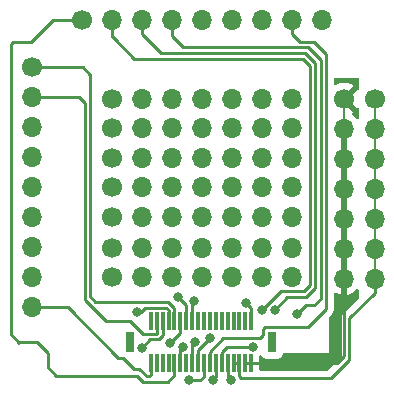
<source format=gbr>
G04 #@! TF.GenerationSoftware,KiCad,Pcbnew,(6.0.5)*
G04 #@! TF.CreationDate,2022-07-08T11:37:31+02:00*
G04 #@! TF.ProjectId,MovuinoProtoShield_v2.0,4d6f7675-696e-46f5-9072-6f746f536869,rev?*
G04 #@! TF.SameCoordinates,Original*
G04 #@! TF.FileFunction,Copper,L2,Bot*
G04 #@! TF.FilePolarity,Positive*
%FSLAX46Y46*%
G04 Gerber Fmt 4.6, Leading zero omitted, Abs format (unit mm)*
G04 Created by KiCad (PCBNEW (6.0.5)) date 2022-07-08 11:37:31*
%MOMM*%
%LPD*%
G01*
G04 APERTURE LIST*
G04 #@! TA.AperFunction,ComponentPad*
%ADD10C,1.700000*%
G04 #@! TD*
G04 #@! TA.AperFunction,ComponentPad*
%ADD11O,1.700000X1.700000*%
G04 #@! TD*
G04 #@! TA.AperFunction,SMDPad,CuDef*
%ADD12R,0.300000X1.600000*%
G04 #@! TD*
G04 #@! TA.AperFunction,SMDPad,CuDef*
%ADD13R,0.800000X1.800000*%
G04 #@! TD*
G04 #@! TA.AperFunction,ViaPad*
%ADD14C,0.800000*%
G04 #@! TD*
G04 #@! TA.AperFunction,Conductor*
%ADD15C,0.200000*%
G04 #@! TD*
G04 #@! TA.AperFunction,Conductor*
%ADD16C,0.250000*%
G04 #@! TD*
G04 APERTURE END LIST*
D10*
G04 #@! TO.P,REF\u002A\u002A,1*
G04 #@! TO.N,+3V3*
X157700000Y-38000000D03*
D11*
G04 #@! TO.P,REF\u002A\u002A,2*
X157700000Y-40540000D03*
G04 #@! TO.P,REF\u002A\u002A,3*
X157700000Y-43080000D03*
G04 #@! TO.P,REF\u002A\u002A,4*
X157700000Y-45620000D03*
G04 #@! TO.P,REF\u002A\u002A,5*
X157700000Y-48160000D03*
G04 #@! TO.P,REF\u002A\u002A,6*
X157700000Y-50700000D03*
G04 #@! TO.P,REF\u002A\u002A,7*
X157700000Y-53240000D03*
G04 #@! TD*
D10*
G04 #@! TO.P,REF\u002A\u002A,1*
G04 #@! TO.N,N/C*
X135450000Y-43000000D03*
D11*
G04 #@! TO.P,REF\u002A\u002A,2*
X137990000Y-43000000D03*
G04 #@! TO.P,REF\u002A\u002A,3*
X140530000Y-43000000D03*
G04 #@! TO.P,REF\u002A\u002A,4*
X143070000Y-43000000D03*
G04 #@! TO.P,REF\u002A\u002A,5*
X145610000Y-43000000D03*
G04 #@! TO.P,REF\u002A\u002A,6*
X148150000Y-43000000D03*
G04 #@! TO.P,REF\u002A\u002A,7*
X150690000Y-43000000D03*
G04 #@! TD*
D10*
G04 #@! TO.P,REF\u002A\u002A,1*
G04 #@! TO.N,N/C*
X135475000Y-40500000D03*
D11*
G04 #@! TO.P,REF\u002A\u002A,2*
X138015000Y-40500000D03*
G04 #@! TO.P,REF\u002A\u002A,3*
X140555000Y-40500000D03*
G04 #@! TO.P,REF\u002A\u002A,4*
X143095000Y-40500000D03*
G04 #@! TO.P,REF\u002A\u002A,5*
X145635000Y-40500000D03*
G04 #@! TO.P,REF\u002A\u002A,6*
X148175000Y-40500000D03*
G04 #@! TO.P,REF\u002A\u002A,7*
X150715000Y-40500000D03*
G04 #@! TD*
D10*
G04 #@! TO.P,REF\u002A\u002A,1*
G04 #@! TO.N,N/C*
X135450000Y-53100000D03*
D11*
G04 #@! TO.P,REF\u002A\u002A,2*
X137990000Y-53100000D03*
G04 #@! TO.P,REF\u002A\u002A,3*
X140530000Y-53100000D03*
G04 #@! TO.P,REF\u002A\u002A,4*
X143070000Y-53100000D03*
G04 #@! TO.P,REF\u002A\u002A,5*
X145610000Y-53100000D03*
G04 #@! TO.P,REF\u002A\u002A,6*
X148150000Y-53100000D03*
G04 #@! TO.P,REF\u002A\u002A,7*
X150690000Y-53100000D03*
G04 #@! TD*
D10*
G04 #@! TO.P,REF\u002A\u002A,1*
G04 #@! TO.N,GND*
X155100000Y-38000000D03*
D11*
G04 #@! TO.P,REF\u002A\u002A,2*
X155100000Y-40540000D03*
G04 #@! TO.P,REF\u002A\u002A,3*
X155100000Y-43080000D03*
G04 #@! TO.P,REF\u002A\u002A,4*
X155100000Y-45620000D03*
G04 #@! TO.P,REF\u002A\u002A,5*
X155100000Y-48160000D03*
G04 #@! TO.P,REF\u002A\u002A,6*
X155100000Y-50700000D03*
G04 #@! TO.P,REF\u002A\u002A,7*
X155100000Y-53240000D03*
G04 #@! TD*
D10*
G04 #@! TO.P,REF\u002A\u002A,1*
G04 #@! TO.N,ADC1.1*
X128700000Y-35350000D03*
D11*
G04 #@! TO.P,REF\u002A\u002A,2*
G04 #@! TO.N,ADC1.2*
X128700000Y-37890000D03*
G04 #@! TO.P,REF\u002A\u002A,3*
G04 #@! TO.N,ADC1.3*
X128700000Y-40430000D03*
G04 #@! TO.P,REF\u002A\u002A,4*
G04 #@! TO.N,ADC1.4T*
X128700000Y-42970000D03*
G04 #@! TO.P,REF\u002A\u002A,5*
G04 #@! TO.N,ADC1.5T*
X128700000Y-45510000D03*
G04 #@! TO.P,REF\u002A\u002A,6*
G04 #@! TO.N,ADC1.6*
X128700000Y-48050000D03*
G04 #@! TO.P,REF\u002A\u002A,7*
G04 #@! TO.N,ADC1.7*
X128700000Y-50590000D03*
G04 #@! TO.P,REF\u002A\u002A,8*
G04 #@! TO.N,GPIO2*
X128700000Y-53130000D03*
G04 #@! TO.P,REF\u002A\u002A,9*
G04 #@! TO.N,+5V*
X128700000Y-55670000D03*
G04 #@! TD*
D10*
G04 #@! TO.P,REF\u002A\u002A,1*
G04 #@! TO.N,N/C*
X135450000Y-45500000D03*
D11*
G04 #@! TO.P,REF\u002A\u002A,2*
X137990000Y-45500000D03*
G04 #@! TO.P,REF\u002A\u002A,3*
X140530000Y-45500000D03*
G04 #@! TO.P,REF\u002A\u002A,4*
X143070000Y-45500000D03*
G04 #@! TO.P,REF\u002A\u002A,5*
X145610000Y-45500000D03*
G04 #@! TO.P,REF\u002A\u002A,6*
X148150000Y-45500000D03*
G04 #@! TO.P,REF\u002A\u002A,7*
X150690000Y-45500000D03*
G04 #@! TD*
D10*
G04 #@! TO.P,REF\u002A\u002A,1*
G04 #@! TO.N,N/C*
X135450000Y-50600000D03*
D11*
G04 #@! TO.P,REF\u002A\u002A,2*
X137990000Y-50600000D03*
G04 #@! TO.P,REF\u002A\u002A,3*
X140530000Y-50600000D03*
G04 #@! TO.P,REF\u002A\u002A,4*
X143070000Y-50600000D03*
G04 #@! TO.P,REF\u002A\u002A,5*
X145610000Y-50600000D03*
G04 #@! TO.P,REF\u002A\u002A,6*
X148150000Y-50600000D03*
G04 #@! TO.P,REF\u002A\u002A,7*
X150690000Y-50600000D03*
G04 #@! TD*
D10*
G04 #@! TO.P,REF\u002A\u002A,1*
G04 #@! TO.N,N/C*
X135450000Y-48000000D03*
D11*
G04 #@! TO.P,REF\u002A\u002A,2*
X137990000Y-48000000D03*
G04 #@! TO.P,REF\u002A\u002A,3*
X140530000Y-48000000D03*
G04 #@! TO.P,REF\u002A\u002A,4*
X143070000Y-48000000D03*
G04 #@! TO.P,REF\u002A\u002A,5*
X145610000Y-48000000D03*
G04 #@! TO.P,REF\u002A\u002A,6*
X148150000Y-48000000D03*
G04 #@! TO.P,REF\u002A\u002A,7*
X150690000Y-48000000D03*
G04 #@! TD*
D10*
G04 #@! TO.P,REF\u002A\u002A,1*
G04 #@! TO.N,PB*
X132900000Y-31300000D03*
D11*
G04 #@! TO.P,REF\u002A\u002A,2*
G04 #@! TO.N,RESET*
X135440000Y-31300000D03*
G04 #@! TO.P,REF\u002A\u002A,3*
G04 #@! TO.N,RXD*
X137980000Y-31300000D03*
G04 #@! TO.P,REF\u002A\u002A,4*
G04 #@! TO.N,TXD*
X140520000Y-31300000D03*
G04 #@! TO.P,REF\u002A\u002A,5*
G04 #@! TO.N,SCL*
X143060000Y-31300000D03*
G04 #@! TO.P,REF\u002A\u002A,6*
G04 #@! TO.N,SDA*
X145600000Y-31300000D03*
G04 #@! TO.P,REF\u002A\u002A,7*
G04 #@! TO.N,SCK*
X148140000Y-31300000D03*
G04 #@! TO.P,REF\u002A\u002A,8*
G04 #@! TO.N,MOSI*
X150680000Y-31300000D03*
G04 #@! TO.P,REF\u002A\u002A,9*
G04 #@! TO.N,MISO*
X153220000Y-31300000D03*
G04 #@! TD*
D10*
G04 #@! TO.P,REF\u002A\u002A,1*
G04 #@! TO.N,N/C*
X135475000Y-38000000D03*
D11*
G04 #@! TO.P,REF\u002A\u002A,2*
X138015000Y-38000000D03*
G04 #@! TO.P,REF\u002A\u002A,3*
X140555000Y-38000000D03*
G04 #@! TO.P,REF\u002A\u002A,4*
X143095000Y-38000000D03*
G04 #@! TO.P,REF\u002A\u002A,5*
X145635000Y-38000000D03*
G04 #@! TO.P,REF\u002A\u002A,6*
X148175000Y-38000000D03*
G04 #@! TO.P,REF\u002A\u002A,7*
X150715000Y-38000000D03*
G04 #@! TD*
D12*
G04 #@! TO.P,J1,1,1*
G04 #@! TO.N,unconnected-(J1-Pad1)*
X138750000Y-56800000D03*
G04 #@! TO.P,J1,2,2*
G04 #@! TO.N,+5V*
X138750000Y-60400000D03*
G04 #@! TO.P,J1,3,3*
G04 #@! TO.N,ADC1.2*
X139250000Y-56800000D03*
G04 #@! TO.P,J1,4,4*
G04 #@! TO.N,unconnected-(J1-Pad4)*
X139250000Y-60400000D03*
G04 #@! TO.P,J1,5,5*
G04 #@! TO.N,ADC1.3*
X139750000Y-56800000D03*
G04 #@! TO.P,J1,6,6*
G04 #@! TO.N,unconnected-(J1-Pad6)*
X139750000Y-60400000D03*
G04 #@! TO.P,J1,7,7*
G04 #@! TO.N,ADC1.6*
X140250000Y-56800000D03*
G04 #@! TO.P,J1,8,8*
G04 #@! TO.N,unconnected-(J1-Pad8)*
X140250000Y-60400000D03*
G04 #@! TO.P,J1,9,9*
G04 #@! TO.N,ADC1.1*
X140750000Y-56800000D03*
G04 #@! TO.P,J1,10,10*
G04 #@! TO.N,PB*
X140750000Y-60400000D03*
G04 #@! TO.P,J1,11,11*
G04 #@! TO.N,ADC1.7*
X141250000Y-56800000D03*
G04 #@! TO.P,J1,12,12*
G04 #@! TO.N,RESET*
X141250000Y-60400000D03*
G04 #@! TO.P,J1,13,13*
G04 #@! TO.N,ADC1.4T*
X141750000Y-56800000D03*
G04 #@! TO.P,J1,14,14*
G04 #@! TO.N,unconnected-(J1-Pad14)*
X141750000Y-60400000D03*
G04 #@! TO.P,J1,15,15*
G04 #@! TO.N,ADC1.5T*
X142250000Y-56800000D03*
G04 #@! TO.P,J1,16,16*
G04 #@! TO.N,RXD*
X142250000Y-60400000D03*
G04 #@! TO.P,J1,17,17*
G04 #@! TO.N,unconnected-(J1-Pad17)*
X142750000Y-56800000D03*
G04 #@! TO.P,J1,18,18*
G04 #@! TO.N,TXD*
X142750000Y-60400000D03*
G04 #@! TO.P,J1,19,19*
G04 #@! TO.N,unconnected-(J1-Pad19)*
X143250000Y-56800000D03*
G04 #@! TO.P,J1,20,20*
G04 #@! TO.N,SCK*
X143250000Y-60400000D03*
G04 #@! TO.P,J1,21,21*
G04 #@! TO.N,unconnected-(J1-Pad21)*
X143750000Y-56800000D03*
G04 #@! TO.P,J1,22,22*
G04 #@! TO.N,MOSI*
X143750000Y-60400000D03*
G04 #@! TO.P,J1,23,23*
G04 #@! TO.N,unconnected-(J1-Pad23)*
X144250000Y-56800000D03*
G04 #@! TO.P,J1,24,24*
G04 #@! TO.N,MISO*
X144250000Y-60400000D03*
G04 #@! TO.P,J1,25,25*
G04 #@! TO.N,unconnected-(J1-Pad25)*
X144750000Y-56800000D03*
G04 #@! TO.P,J1,26,26*
G04 #@! TO.N,SDA*
X144750000Y-60400000D03*
G04 #@! TO.P,J1,27,27*
G04 #@! TO.N,unconnected-(J1-Pad27)*
X145250000Y-56800000D03*
G04 #@! TO.P,J1,28,28*
G04 #@! TO.N,SCL*
X145250000Y-60400000D03*
G04 #@! TO.P,J1,29,29*
G04 #@! TO.N,unconnected-(J1-Pad29)*
X145750000Y-56800000D03*
G04 #@! TO.P,J1,30,30*
G04 #@! TO.N,+3V3*
X145750000Y-60400000D03*
G04 #@! TO.P,J1,31,31*
G04 #@! TO.N,unconnected-(J1-Pad31)*
X146250000Y-56800000D03*
G04 #@! TO.P,J1,32,32*
G04 #@! TO.N,+3V3*
X146250000Y-60400000D03*
G04 #@! TO.P,J1,33,33*
G04 #@! TO.N,unconnected-(J1-Pad33)*
X146750000Y-56800000D03*
G04 #@! TO.P,J1,34,34*
G04 #@! TO.N,GND*
X146750000Y-60400000D03*
G04 #@! TO.P,J1,35,35*
G04 #@! TO.N,GPIO2*
X147250000Y-56800000D03*
G04 #@! TO.P,J1,36,36*
G04 #@! TO.N,GND*
X147250000Y-60400000D03*
D13*
G04 #@! TO.P,J1,MP1,MP1*
G04 #@! TO.N,unconnected-(J1-PadMP1)*
X137000000Y-58600000D03*
G04 #@! TO.P,J1,MP2,MP2*
G04 #@! TO.N,unconnected-(J1-PadMP2)*
X149000000Y-58600000D03*
G04 #@! TD*
D14*
G04 #@! TO.N,SCL*
X145500000Y-61800000D03*
G04 #@! TO.N,SDA*
X147413183Y-59000644D03*
G04 #@! TO.N,MISO*
X144000000Y-61800000D03*
G04 #@! TO.N,SCK*
X141950000Y-61800000D03*
G04 #@! TO.N,TXD*
X143750000Y-58250000D03*
X151150000Y-56250000D03*
G04 #@! TO.N,ADC1.5T*
X142421466Y-55140363D03*
G04 #@! TO.N,RXD*
X142450000Y-58550000D03*
X149250000Y-55850000D03*
G04 #@! TO.N,ADC1.4T*
X141050000Y-54750000D03*
G04 #@! TO.N,ADC1.7*
X140400000Y-58700000D03*
G04 #@! TO.N,RESET*
X148182981Y-55892420D03*
X141500000Y-59000000D03*
G04 #@! TO.N,ADC1.6*
X137600000Y-56050000D03*
G04 #@! TO.N,ADC1.3*
X137999502Y-59074020D03*
G04 #@! TO.N,GPIO2*
X146799022Y-55250000D03*
X146799022Y-55250000D03*
G04 #@! TD*
D15*
G04 #@! TO.N,GND*
X155100000Y-49500000D02*
X155100000Y-38000000D01*
X155100000Y-49500000D02*
X155100000Y-53240000D01*
D16*
X154500000Y-60400000D02*
X155100000Y-59800000D01*
D15*
X155100000Y-50700000D02*
X155100000Y-49500000D01*
D16*
X146750000Y-60400000D02*
X147250000Y-60400000D01*
X147250000Y-60400000D02*
X154500000Y-60400000D01*
X155100000Y-59800000D02*
X155100000Y-53240000D01*
G04 #@! TO.N,+3V3*
X155549520Y-60086198D02*
X155549520Y-56600480D01*
D15*
X157700000Y-38000000D02*
X157700000Y-53240000D01*
D16*
X146250000Y-61499022D02*
X146400000Y-61649022D01*
X146250000Y-60400000D02*
X146250000Y-61499022D01*
X145750000Y-60400000D02*
X146250000Y-60400000D01*
X146400000Y-61649022D02*
X146400000Y-61650000D01*
X146400000Y-61650000D02*
X153985718Y-61650000D01*
X157700000Y-54450000D02*
X157700000Y-53240000D01*
X155549520Y-56600480D02*
X157700000Y-54450000D01*
X153985718Y-61650000D02*
X155549520Y-60086198D01*
G04 #@! TO.N,SCL*
X145250000Y-61550000D02*
X145250000Y-60400000D01*
X145500000Y-61800000D02*
X145250000Y-61550000D01*
G04 #@! TO.N,SDA*
X144750000Y-60400000D02*
X144750000Y-59450000D01*
X145200000Y-59000000D02*
X147412539Y-59000000D01*
X147412539Y-59000000D02*
X147413183Y-59000644D01*
X144750000Y-59450000D02*
X145200000Y-59000000D01*
G04 #@! TO.N,MISO*
X144250000Y-61550000D02*
X144250000Y-60400000D01*
X144000000Y-61800000D02*
X144250000Y-61550000D01*
G04 #@! TO.N,MOSI*
X148275489Y-57974511D02*
X148275489Y-57524511D01*
D15*
X150700000Y-32075481D02*
X150700000Y-31320000D01*
D16*
X151350000Y-33150000D02*
X150700000Y-32500000D01*
X150700000Y-31320000D02*
X150680000Y-31300000D01*
X150700000Y-32500000D02*
X150700000Y-31320000D01*
X153600000Y-55800000D02*
X153600000Y-34200000D01*
X152050000Y-57350000D02*
X153600000Y-55800000D01*
X148450000Y-57350000D02*
X152050000Y-57350000D01*
X143750000Y-59400000D02*
X144873867Y-58276133D01*
X153600000Y-34200000D02*
X152550000Y-33150000D01*
X144873867Y-58276133D02*
X147973867Y-58276133D01*
X143750000Y-60400000D02*
X143750000Y-59400000D01*
X148275489Y-57524511D02*
X148450000Y-57350000D01*
X152550000Y-33150000D02*
X151350000Y-33150000D01*
X147973867Y-58276133D02*
X148275489Y-57974511D01*
G04 #@! TO.N,SCK*
X143250000Y-61550000D02*
X143250000Y-61250000D01*
X143250000Y-60400000D02*
X143250000Y-61250000D01*
X143250000Y-61250000D02*
X143250000Y-61400000D01*
D15*
X143250000Y-61550000D02*
X143250000Y-61400000D01*
D16*
X142950480Y-61849520D02*
X143250000Y-61550000D01*
X141950000Y-61800000D02*
X141999520Y-61849520D01*
X141999520Y-61849520D02*
X142950480Y-61849520D01*
G04 #@! TO.N,TXD*
X141500000Y-33650000D02*
X140520000Y-32670000D01*
X142750000Y-60400000D02*
X142750000Y-59274614D01*
X151900000Y-55500000D02*
X152600000Y-55500000D01*
X151150000Y-56250000D02*
X151900000Y-55500000D01*
X143750000Y-58274614D02*
X143750000Y-58250000D01*
X152600000Y-55500000D02*
X153150480Y-54949520D01*
D15*
X140520000Y-31300000D02*
X140520000Y-32270000D01*
D16*
X140520000Y-32670000D02*
X140520000Y-31300000D01*
X152050480Y-33650000D02*
X141500000Y-33650000D01*
X142750000Y-59274614D02*
X143750000Y-58274614D01*
X153150480Y-34750000D02*
X152050480Y-33650000D01*
X153150480Y-54949520D02*
X153150480Y-34750000D01*
G04 #@! TO.N,ADC1.5T*
X142250000Y-56800000D02*
X142250000Y-55311829D01*
X142250000Y-55311829D02*
X142421466Y-55140363D01*
G04 #@! TO.N,RXD*
X142250000Y-60400000D02*
X142250000Y-58750000D01*
X139650000Y-34150000D02*
X137980000Y-32480000D01*
D15*
X137980000Y-31300000D02*
X137980000Y-32080000D01*
X137980000Y-32080000D02*
X138000000Y-32100000D01*
X138000000Y-32100000D02*
X138000000Y-32125481D01*
D16*
X150300000Y-54800000D02*
X151850000Y-54800000D01*
X137980000Y-32480000D02*
X137980000Y-31300000D01*
X152650000Y-35000000D02*
X151800000Y-34150000D01*
X151850000Y-54800000D02*
X152650000Y-54000000D01*
X149250000Y-55850000D02*
X150300000Y-54800000D01*
X151800000Y-34150000D02*
X139650000Y-34150000D01*
X152650000Y-54000000D02*
X152650000Y-35000000D01*
X142250000Y-58750000D02*
X142450000Y-58550000D01*
G04 #@! TO.N,ADC1.4T*
X141050000Y-54750000D02*
X141742847Y-55442847D01*
X141750000Y-55442847D02*
X141750000Y-56800000D01*
G04 #@! TO.N,ADC1.7*
X140400000Y-58700000D02*
X141250000Y-57850000D01*
X141250000Y-56800000D02*
X141250000Y-57850000D01*
G04 #@! TO.N,RESET*
X151600000Y-34599520D02*
X137349520Y-34599520D01*
X152200480Y-53799520D02*
X152200480Y-35200000D01*
D15*
X135440000Y-32240000D02*
X135450000Y-32250000D01*
D16*
X135440000Y-32690000D02*
X135440000Y-31300000D01*
X137349520Y-34599520D02*
X135700000Y-32950000D01*
D15*
X135440000Y-31300000D02*
X135440000Y-32240000D01*
D16*
X137349520Y-34599520D02*
X135440000Y-32690000D01*
X141250000Y-59250000D02*
X141500000Y-59000000D01*
X149800890Y-54274511D02*
X151725489Y-54274511D01*
D15*
X135440000Y-32690000D02*
X135700000Y-32950000D01*
D16*
X152200480Y-35200000D02*
X151600000Y-34599520D01*
X141250000Y-60400000D02*
X141250000Y-59250000D01*
X151725489Y-54274511D02*
X152200480Y-53799520D01*
X148182981Y-55892420D02*
X149800890Y-54274511D01*
X135700000Y-32950000D02*
X135500000Y-32750000D01*
G04 #@! TO.N,ADC1.1*
X133600000Y-54735717D02*
X133600000Y-35950000D01*
X140235718Y-55200000D02*
X134064283Y-55200000D01*
X133600000Y-35950000D02*
X133000000Y-35350000D01*
X134064283Y-55200000D02*
X133600000Y-54735717D01*
X133000000Y-35350000D02*
X128700000Y-35350000D01*
X140750000Y-56800000D02*
X140750000Y-55714282D01*
X140750000Y-55714282D02*
X140235718Y-55200000D01*
G04 #@! TO.N,PB*
X140750000Y-61400000D02*
X140750000Y-60400000D01*
X138049520Y-61949520D02*
X140200480Y-61949520D01*
X130500000Y-31300000D02*
X128600000Y-33200000D01*
X126900000Y-33400000D02*
X126900000Y-57950000D01*
X132900000Y-31300000D02*
X130500000Y-31300000D01*
X127100000Y-33200000D02*
X126900000Y-33400000D01*
X130750000Y-61450000D02*
X137550000Y-61450000D01*
X129130768Y-58629693D02*
X130050000Y-59548925D01*
X128600000Y-33200000D02*
X127100000Y-33200000D01*
X130050000Y-60750000D02*
X130750000Y-61450000D01*
X127620307Y-58629693D02*
X129130768Y-58629693D01*
X130050000Y-59548925D02*
X130050000Y-60750000D01*
X140200480Y-61949520D02*
X140750000Y-61400000D01*
X127600000Y-58650000D02*
X127620307Y-58629693D01*
X126900000Y-57950000D02*
X127600000Y-58650000D01*
X137550000Y-61450000D02*
X138049520Y-61949520D01*
G04 #@! TO.N,ADC1.6*
X138274511Y-55675489D02*
X140075489Y-55675489D01*
X140250000Y-55850000D02*
X140250000Y-56800000D01*
X137600000Y-56050000D02*
X137900000Y-56050000D01*
X140075489Y-55675489D02*
X140250000Y-55850000D01*
X137900000Y-56050000D02*
X138274511Y-55675489D01*
G04 #@! TO.N,ADC1.3*
X139750000Y-58034740D02*
X139750000Y-56800000D01*
X139410709Y-58374031D02*
X139750000Y-58034740D01*
X137999502Y-59074020D02*
X138699491Y-58374031D01*
X138699491Y-58374031D02*
X139410709Y-58374031D01*
G04 #@! TO.N,ADC1.2*
X139224511Y-57924511D02*
X139250000Y-57899022D01*
X137000000Y-56800000D02*
X138124511Y-57924511D01*
X133150000Y-38350000D02*
X133150000Y-55000000D01*
X138124511Y-57924511D02*
X139224511Y-57924511D01*
X134950000Y-56800000D02*
X137000000Y-56800000D01*
X133150000Y-55000000D02*
X134950000Y-56800000D01*
X139250000Y-57899022D02*
X139250000Y-56800000D01*
X128700000Y-37890000D02*
X132690000Y-37890000D01*
X132690000Y-37890000D02*
X133150000Y-38350000D01*
G04 #@! TO.N,+5V*
X137750000Y-60850000D02*
X137300978Y-60850000D01*
X131720000Y-55670000D02*
X128700000Y-55670000D01*
X131800000Y-55750000D02*
X131720000Y-55670000D01*
X138750000Y-60400000D02*
X138750000Y-61350000D01*
X138750000Y-61350000D02*
X138600000Y-61500000D01*
X137300978Y-60850000D02*
X136400978Y-59950000D01*
X136400978Y-59950000D02*
X136000000Y-59950000D01*
X138600000Y-61500000D02*
X138400000Y-61500000D01*
X136000000Y-59950000D02*
X131800000Y-55750000D01*
X138400000Y-61500000D02*
X137750000Y-60850000D01*
G04 #@! TO.N,GPIO2*
X147250000Y-56800000D02*
X147250000Y-55700978D01*
X147250000Y-55700978D02*
X146799022Y-55250000D01*
G04 #@! TD*
G04 #@! TA.AperFunction,Conductor*
G04 #@! TO.N,GND*
G36*
X155296121Y-40306002D02*
G01*
X155342614Y-40359658D01*
X155354000Y-40412000D01*
X155354000Y-54558517D01*
X155358064Y-54572359D01*
X155371478Y-54574393D01*
X155378184Y-54573534D01*
X155388262Y-54571392D01*
X155592255Y-54510191D01*
X155601842Y-54506433D01*
X155793095Y-54412739D01*
X155801945Y-54407464D01*
X155975328Y-54283792D01*
X155983200Y-54277139D01*
X156134043Y-54126820D01*
X156142402Y-54116998D01*
X156201784Y-54078084D01*
X156272778Y-54077451D01*
X156332844Y-54115301D01*
X156362911Y-54179617D01*
X156364358Y-54198908D01*
X156363091Y-54839064D01*
X156342954Y-54907145D01*
X156326187Y-54927908D01*
X155157267Y-56096828D01*
X155148981Y-56104368D01*
X155142502Y-56108480D01*
X155137077Y-56114257D01*
X155095877Y-56158131D01*
X155093122Y-56160973D01*
X155073385Y-56180710D01*
X155070905Y-56183907D01*
X155063202Y-56192927D01*
X155032934Y-56225159D01*
X155029115Y-56232105D01*
X155029113Y-56232108D01*
X155023172Y-56242914D01*
X155012321Y-56259433D01*
X154999906Y-56275439D01*
X154996761Y-56282708D01*
X154996758Y-56282712D01*
X154982346Y-56316017D01*
X154977129Y-56326667D01*
X154955825Y-56365420D01*
X154953854Y-56373095D01*
X154953854Y-56373096D01*
X154950787Y-56385042D01*
X154944383Y-56403746D01*
X154936339Y-56422335D01*
X154935100Y-56430158D01*
X154935097Y-56430168D01*
X154929421Y-56466004D01*
X154927015Y-56477624D01*
X154916020Y-56520450D01*
X154916020Y-56540704D01*
X154914469Y-56560414D01*
X154911300Y-56580423D01*
X154912046Y-56588315D01*
X154915461Y-56624441D01*
X154916020Y-56636299D01*
X154916020Y-59771604D01*
X154896018Y-59839725D01*
X154879115Y-59860699D01*
X153760218Y-60979595D01*
X153697906Y-61013621D01*
X153671123Y-61016500D01*
X148034000Y-61016500D01*
X147965879Y-60996498D01*
X147919386Y-60942842D01*
X147908000Y-60890500D01*
X147908000Y-60568115D01*
X147903525Y-60552876D01*
X147902135Y-60551671D01*
X147894452Y-60550000D01*
X147034500Y-60550000D01*
X146966379Y-60529998D01*
X146919886Y-60476342D01*
X146908500Y-60424000D01*
X146908500Y-60376000D01*
X146928502Y-60307879D01*
X146982158Y-60261386D01*
X147034500Y-60250000D01*
X147889884Y-60250000D01*
X147905123Y-60245525D01*
X147906328Y-60244135D01*
X147907999Y-60236452D01*
X147907999Y-59828307D01*
X147928001Y-59760186D01*
X147959938Y-59726371D01*
X147972719Y-59717085D01*
X148039586Y-59693227D01*
X148108738Y-59709307D01*
X148147237Y-59748315D01*
X148149385Y-59746705D01*
X148236739Y-59863261D01*
X148353295Y-59950615D01*
X148489684Y-60001745D01*
X148551866Y-60008500D01*
X149448134Y-60008500D01*
X149510316Y-60001745D01*
X149646705Y-59950615D01*
X149763261Y-59863261D01*
X149850615Y-59746705D01*
X149901745Y-59610316D01*
X149902598Y-59602460D01*
X149903931Y-59596855D01*
X149939148Y-59535208D01*
X150002102Y-59502387D01*
X150026514Y-59500000D01*
X153800000Y-59500000D01*
X153800000Y-56548095D01*
X153820002Y-56479974D01*
X153836905Y-56459000D01*
X153992253Y-56303652D01*
X154000539Y-56296112D01*
X154007018Y-56292000D01*
X154053644Y-56242348D01*
X154056398Y-56239507D01*
X154076135Y-56219770D01*
X154078615Y-56216573D01*
X154086320Y-56207551D01*
X154111159Y-56181100D01*
X154116586Y-56175321D01*
X154120405Y-56168375D01*
X154120407Y-56168372D01*
X154126348Y-56157566D01*
X154137199Y-56141047D01*
X154137559Y-56140583D01*
X154149614Y-56125041D01*
X154152759Y-56117772D01*
X154152762Y-56117768D01*
X154167174Y-56084463D01*
X154172391Y-56073813D01*
X154193695Y-56035060D01*
X154198733Y-56015437D01*
X154205137Y-55996734D01*
X154210033Y-55985420D01*
X154210033Y-55985419D01*
X154213181Y-55978145D01*
X154214420Y-55970322D01*
X154214423Y-55970312D01*
X154220099Y-55934476D01*
X154222505Y-55922856D01*
X154231528Y-55887711D01*
X154231528Y-55887710D01*
X154233500Y-55880030D01*
X154233500Y-55859776D01*
X154235051Y-55840065D01*
X154236980Y-55827886D01*
X154238220Y-55820057D01*
X154234059Y-55776038D01*
X154233500Y-55764181D01*
X154233500Y-54526165D01*
X154253502Y-54458044D01*
X154307158Y-54411551D01*
X154377432Y-54401447D01*
X154423071Y-54417377D01*
X154506761Y-54466282D01*
X154516042Y-54470729D01*
X154715001Y-54546703D01*
X154724899Y-54549579D01*
X154828250Y-54570606D01*
X154842299Y-54569410D01*
X154846000Y-54559065D01*
X154846000Y-40412000D01*
X154866002Y-40343879D01*
X154919658Y-40297386D01*
X154972000Y-40286000D01*
X155228000Y-40286000D01*
X155296121Y-40306002D01*
G37*
G04 #@! TD.AperFunction*
G04 #@! TA.AperFunction,Conductor*
G36*
X156341871Y-36220002D02*
G01*
X156388364Y-36273658D01*
X156399750Y-36326250D01*
X156398176Y-37121038D01*
X156378039Y-37189119D01*
X156324291Y-37235505D01*
X156254620Y-37245559D01*
X156223995Y-37241250D01*
X156212812Y-37246398D01*
X155472022Y-37987188D01*
X155464408Y-38001132D01*
X155464539Y-38002965D01*
X155468790Y-38009580D01*
X156210474Y-38751264D01*
X156224418Y-38758878D01*
X156255461Y-38756658D01*
X156258482Y-38755498D01*
X156327999Y-38769916D01*
X156378686Y-38819628D01*
X156394690Y-38881333D01*
X156393232Y-39617901D01*
X156373095Y-39685982D01*
X156319347Y-39732369D01*
X156249053Y-39742334D01*
X156184531Y-39712713D01*
X156174039Y-39702452D01*
X156032806Y-39547240D01*
X156025273Y-39540215D01*
X155858139Y-39408222D01*
X155849557Y-39402520D01*
X155812116Y-39381852D01*
X155762145Y-39331420D01*
X155747373Y-39261977D01*
X155772489Y-39195572D01*
X155799840Y-39168965D01*
X155849247Y-39133723D01*
X155857648Y-39123023D01*
X155850660Y-39109870D01*
X154829885Y-38089095D01*
X154795859Y-38026783D01*
X154800924Y-37955968D01*
X154829885Y-37910905D01*
X155853389Y-36887401D01*
X155860410Y-36874544D01*
X155853611Y-36865213D01*
X155849554Y-36862518D01*
X155663117Y-36759599D01*
X155653705Y-36755369D01*
X155452959Y-36684280D01*
X155442989Y-36681646D01*
X155233327Y-36644301D01*
X155223073Y-36643331D01*
X155010116Y-36640728D01*
X154999832Y-36641448D01*
X154789321Y-36673661D01*
X154779293Y-36676050D01*
X154576868Y-36742212D01*
X154567359Y-36746209D01*
X154417680Y-36824127D01*
X154348021Y-36837840D01*
X154282006Y-36811715D01*
X154240594Y-36754047D01*
X154233500Y-36712364D01*
X154233500Y-36326000D01*
X154253502Y-36257879D01*
X154307158Y-36211386D01*
X154359500Y-36200000D01*
X156273750Y-36200000D01*
X156341871Y-36220002D01*
G37*
G04 #@! TD.AperFunction*
G04 #@! TD*
M02*

</source>
